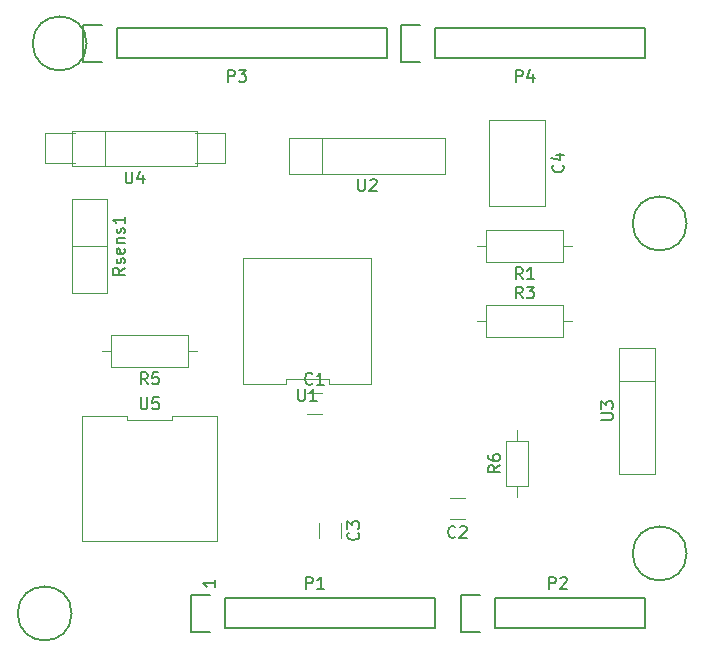
<source format=gbr>
%TF.GenerationSoftware,KiCad,Pcbnew,(5.1.10)-1*%
%TF.CreationDate,2022-03-30T10:22:29+02:00*%
%TF.ProjectId,Shield,53686965-6c64-42e6-9b69-6361645f7063,rev?*%
%TF.SameCoordinates,Original*%
%TF.FileFunction,Legend,Top*%
%TF.FilePolarity,Positive*%
%FSLAX46Y46*%
G04 Gerber Fmt 4.6, Leading zero omitted, Abs format (unit mm)*
G04 Created by KiCad (PCBNEW (5.1.10)-1) date 2022-03-30 10:22:29*
%MOMM*%
%LPD*%
G01*
G04 APERTURE LIST*
%ADD10C,0.150000*%
%ADD11C,0.120000*%
G04 APERTURE END LIST*
D10*
X139390380Y-120999285D02*
X139390380Y-121570714D01*
X139390380Y-121285000D02*
X138390380Y-121285000D01*
X138533238Y-121380238D01*
X138628476Y-121475476D01*
X138676095Y-121570714D01*
D11*
%TO.C,U5*%
X131948001Y-107085000D02*
X128128000Y-107085000D01*
X131948001Y-107445000D02*
X131948001Y-107085000D01*
X135768000Y-107445000D02*
X131948001Y-107445000D01*
X135768000Y-107085000D02*
X135768000Y-107445000D01*
X139588000Y-107085000D02*
X135768000Y-107085000D01*
X139588000Y-117705000D02*
X139588000Y-107085000D01*
X128128000Y-117705000D02*
X139588000Y-117705000D01*
X128128000Y-107085000D02*
X128128000Y-117705000D01*
%TO.C,U3*%
X176633000Y-104140000D02*
X173633000Y-104140000D01*
X173633000Y-101370000D02*
X176633000Y-101370000D01*
X173633000Y-111990000D02*
X173633000Y-101370000D01*
X176633000Y-111990000D02*
X173633000Y-111990000D01*
X176633000Y-101370000D02*
X176633000Y-111990000D01*
%TO.C,U4*%
X127508000Y-83185000D02*
X124968000Y-83185000D01*
X124968000Y-83185000D02*
X124968000Y-85725000D01*
X124968000Y-85725000D02*
X127508000Y-85725000D01*
X137668000Y-83185000D02*
X140208000Y-83185000D01*
X140208000Y-83185000D02*
X140208000Y-85725000D01*
X140208000Y-85725000D02*
X137668000Y-85725000D01*
X130048000Y-82955000D02*
X130048000Y-85955000D01*
X127278000Y-85955000D02*
X127278000Y-82955000D01*
X137898000Y-85955000D02*
X127278000Y-85955000D01*
X137898000Y-82955000D02*
X137898000Y-85955000D01*
X127278000Y-82955000D02*
X137898000Y-82955000D01*
%TO.C,U2*%
X148463000Y-83590000D02*
X148463000Y-86590000D01*
X145693000Y-86590000D02*
X145693000Y-83590000D01*
X158853000Y-86590000D02*
X145693000Y-86590000D01*
X158853000Y-83590000D02*
X158853000Y-86590000D01*
X145693000Y-83590000D02*
X158853000Y-83590000D01*
%TO.C,U1*%
X149005333Y-104370000D02*
X152630000Y-104370000D01*
X149005333Y-104010000D02*
X149005333Y-104370000D01*
X145380667Y-104010000D02*
X149005333Y-104010000D01*
X145380667Y-104370000D02*
X145380667Y-104010000D01*
X141756000Y-104370000D02*
X145380667Y-104370000D01*
X141756000Y-93750000D02*
X141756000Y-104370000D01*
X152630000Y-93750000D02*
X141756000Y-93750000D01*
X152630000Y-104370000D02*
X152630000Y-93750000D01*
%TO.C,Rsens1*%
X127278000Y-96710000D02*
X127278000Y-88710000D01*
X127278000Y-88710000D02*
X130278000Y-88710000D01*
X130278000Y-88710000D02*
X130278000Y-96710000D01*
X130278000Y-96710000D02*
X127278000Y-96710000D01*
X127278000Y-92710000D02*
X130278000Y-92710000D01*
%TO.C,R6*%
X164053000Y-113045000D02*
X165893000Y-113045000D01*
X165893000Y-113045000D02*
X165893000Y-109205000D01*
X165893000Y-109205000D02*
X164053000Y-109205000D01*
X164053000Y-109205000D02*
X164053000Y-113045000D01*
X164973000Y-113995000D02*
X164973000Y-113045000D01*
X164973000Y-108255000D02*
X164973000Y-109205000D01*
%TO.C,R5*%
X137128000Y-102970000D02*
X137128000Y-100230000D01*
X137128000Y-100230000D02*
X130588000Y-100230000D01*
X130588000Y-100230000D02*
X130588000Y-102970000D01*
X130588000Y-102970000D02*
X137128000Y-102970000D01*
X137898000Y-101600000D02*
X137128000Y-101600000D01*
X129818000Y-101600000D02*
X130588000Y-101600000D01*
%TO.C,R3*%
X162338000Y-97690000D02*
X162338000Y-100430000D01*
X162338000Y-100430000D02*
X168878000Y-100430000D01*
X168878000Y-100430000D02*
X168878000Y-97690000D01*
X168878000Y-97690000D02*
X162338000Y-97690000D01*
X161568000Y-99060000D02*
X162338000Y-99060000D01*
X169648000Y-99060000D02*
X168878000Y-99060000D01*
%TO.C,R1*%
X168878000Y-94080000D02*
X168878000Y-91340000D01*
X168878000Y-91340000D02*
X162338000Y-91340000D01*
X162338000Y-91340000D02*
X162338000Y-94080000D01*
X162338000Y-94080000D02*
X168878000Y-94080000D01*
X169648000Y-92710000D02*
X168878000Y-92710000D01*
X161568000Y-92710000D02*
X162338000Y-92710000D01*
%TO.C,C4*%
X167343000Y-82065000D02*
X167343000Y-89305000D01*
X162603000Y-82065000D02*
X162603000Y-89305000D01*
X167343000Y-82065000D02*
X162603000Y-82065000D01*
X167343000Y-89305000D02*
X162603000Y-89305000D01*
%TO.C,C3*%
X150018000Y-116191000D02*
X150018000Y-117449000D01*
X148178000Y-116191000D02*
X148178000Y-117449000D01*
%TO.C,C2*%
X160542000Y-115855000D02*
X159284000Y-115855000D01*
X160542000Y-114015000D02*
X159284000Y-114015000D01*
%TO.C,C1*%
X147179000Y-105125000D02*
X148437000Y-105125000D01*
X147179000Y-106965000D02*
X148437000Y-106965000D01*
D10*
%TO.C,P1*%
X140208000Y-125095000D02*
X157988000Y-125095000D01*
X157988000Y-125095000D02*
X157988000Y-122555000D01*
X157988000Y-122555000D02*
X140208000Y-122555000D01*
X137388000Y-125375000D02*
X138938000Y-125375000D01*
X140208000Y-125095000D02*
X140208000Y-122555000D01*
X138938000Y-122275000D02*
X137388000Y-122275000D01*
X137388000Y-122275000D02*
X137388000Y-125375000D01*
%TO.C,P2*%
X163068000Y-125095000D02*
X175768000Y-125095000D01*
X175768000Y-125095000D02*
X175768000Y-122555000D01*
X175768000Y-122555000D02*
X163068000Y-122555000D01*
X160248000Y-125375000D02*
X161798000Y-125375000D01*
X163068000Y-125095000D02*
X163068000Y-122555000D01*
X161798000Y-122275000D02*
X160248000Y-122275000D01*
X160248000Y-122275000D02*
X160248000Y-125375000D01*
%TO.C,P3*%
X131064000Y-76835000D02*
X153924000Y-76835000D01*
X153924000Y-76835000D02*
X153924000Y-74295000D01*
X153924000Y-74295000D02*
X131064000Y-74295000D01*
X128244000Y-77115000D02*
X129794000Y-77115000D01*
X131064000Y-76835000D02*
X131064000Y-74295000D01*
X129794000Y-74015000D02*
X128244000Y-74015000D01*
X128244000Y-74015000D02*
X128244000Y-77115000D01*
%TO.C,P4*%
X157988000Y-76835000D02*
X175768000Y-76835000D01*
X175768000Y-76835000D02*
X175768000Y-74295000D01*
X175768000Y-74295000D02*
X157988000Y-74295000D01*
X155168000Y-77115000D02*
X156718000Y-77115000D01*
X157988000Y-76835000D02*
X157988000Y-74295000D01*
X156718000Y-74015000D02*
X155168000Y-74015000D01*
X155168000Y-74015000D02*
X155168000Y-77115000D01*
%TO.C,P5*%
X127254000Y-123825000D02*
G75*
G03*
X127254000Y-123825000I-2286000J0D01*
G01*
%TO.C,P6*%
X179324000Y-118745000D02*
G75*
G03*
X179324000Y-118745000I-2286000J0D01*
G01*
%TO.C,P7*%
X128524000Y-75565000D02*
G75*
G03*
X128524000Y-75565000I-2286000J0D01*
G01*
%TO.C,P8*%
X179324000Y-90805000D02*
G75*
G03*
X179324000Y-90805000I-2286000J0D01*
G01*
%TO.C,U5*%
X133096095Y-105537380D02*
X133096095Y-106346904D01*
X133143714Y-106442142D01*
X133191333Y-106489761D01*
X133286571Y-106537380D01*
X133477047Y-106537380D01*
X133572285Y-106489761D01*
X133619904Y-106442142D01*
X133667523Y-106346904D01*
X133667523Y-105537380D01*
X134619904Y-105537380D02*
X134143714Y-105537380D01*
X134096095Y-106013571D01*
X134143714Y-105965952D01*
X134238952Y-105918333D01*
X134477047Y-105918333D01*
X134572285Y-105965952D01*
X134619904Y-106013571D01*
X134667523Y-106108809D01*
X134667523Y-106346904D01*
X134619904Y-106442142D01*
X134572285Y-106489761D01*
X134477047Y-106537380D01*
X134238952Y-106537380D01*
X134143714Y-106489761D01*
X134096095Y-106442142D01*
%TO.C,U3*%
X172085380Y-107441904D02*
X172894904Y-107441904D01*
X172990142Y-107394285D01*
X173037761Y-107346666D01*
X173085380Y-107251428D01*
X173085380Y-107060952D01*
X173037761Y-106965714D01*
X172990142Y-106918095D01*
X172894904Y-106870476D01*
X172085380Y-106870476D01*
X172085380Y-106489523D02*
X172085380Y-105870476D01*
X172466333Y-106203809D01*
X172466333Y-106060952D01*
X172513952Y-105965714D01*
X172561571Y-105918095D01*
X172656809Y-105870476D01*
X172894904Y-105870476D01*
X172990142Y-105918095D01*
X173037761Y-105965714D01*
X173085380Y-106060952D01*
X173085380Y-106346666D01*
X173037761Y-106441904D01*
X172990142Y-106489523D01*
%TO.C,U4*%
X131826095Y-86407380D02*
X131826095Y-87216904D01*
X131873714Y-87312142D01*
X131921333Y-87359761D01*
X132016571Y-87407380D01*
X132207047Y-87407380D01*
X132302285Y-87359761D01*
X132349904Y-87312142D01*
X132397523Y-87216904D01*
X132397523Y-86407380D01*
X133302285Y-86740714D02*
X133302285Y-87407380D01*
X133064190Y-86359761D02*
X132826095Y-87074047D01*
X133445142Y-87074047D01*
%TO.C,U2*%
X151511095Y-87042380D02*
X151511095Y-87851904D01*
X151558714Y-87947142D01*
X151606333Y-87994761D01*
X151701571Y-88042380D01*
X151892047Y-88042380D01*
X151987285Y-87994761D01*
X152034904Y-87947142D01*
X152082523Y-87851904D01*
X152082523Y-87042380D01*
X152511095Y-87137619D02*
X152558714Y-87090000D01*
X152653952Y-87042380D01*
X152892047Y-87042380D01*
X152987285Y-87090000D01*
X153034904Y-87137619D01*
X153082523Y-87232857D01*
X153082523Y-87328095D01*
X153034904Y-87470952D01*
X152463476Y-88042380D01*
X153082523Y-88042380D01*
%TO.C,U1*%
X146431095Y-104822380D02*
X146431095Y-105631904D01*
X146478714Y-105727142D01*
X146526333Y-105774761D01*
X146621571Y-105822380D01*
X146812047Y-105822380D01*
X146907285Y-105774761D01*
X146954904Y-105727142D01*
X147002523Y-105631904D01*
X147002523Y-104822380D01*
X148002523Y-105822380D02*
X147431095Y-105822380D01*
X147716809Y-105822380D02*
X147716809Y-104822380D01*
X147621571Y-104965238D01*
X147526333Y-105060476D01*
X147431095Y-105108095D01*
%TO.C,Rsens1*%
X131730380Y-94567142D02*
X131254190Y-94900476D01*
X131730380Y-95138571D02*
X130730380Y-95138571D01*
X130730380Y-94757619D01*
X130778000Y-94662380D01*
X130825619Y-94614761D01*
X130920857Y-94567142D01*
X131063714Y-94567142D01*
X131158952Y-94614761D01*
X131206571Y-94662380D01*
X131254190Y-94757619D01*
X131254190Y-95138571D01*
X131682761Y-94186190D02*
X131730380Y-94090952D01*
X131730380Y-93900476D01*
X131682761Y-93805238D01*
X131587523Y-93757619D01*
X131539904Y-93757619D01*
X131444666Y-93805238D01*
X131397047Y-93900476D01*
X131397047Y-94043333D01*
X131349428Y-94138571D01*
X131254190Y-94186190D01*
X131206571Y-94186190D01*
X131111333Y-94138571D01*
X131063714Y-94043333D01*
X131063714Y-93900476D01*
X131111333Y-93805238D01*
X131682761Y-92948095D02*
X131730380Y-93043333D01*
X131730380Y-93233809D01*
X131682761Y-93329047D01*
X131587523Y-93376666D01*
X131206571Y-93376666D01*
X131111333Y-93329047D01*
X131063714Y-93233809D01*
X131063714Y-93043333D01*
X131111333Y-92948095D01*
X131206571Y-92900476D01*
X131301809Y-92900476D01*
X131397047Y-93376666D01*
X131063714Y-92471904D02*
X131730380Y-92471904D01*
X131158952Y-92471904D02*
X131111333Y-92424285D01*
X131063714Y-92329047D01*
X131063714Y-92186190D01*
X131111333Y-92090952D01*
X131206571Y-92043333D01*
X131730380Y-92043333D01*
X131682761Y-91614761D02*
X131730380Y-91519523D01*
X131730380Y-91329047D01*
X131682761Y-91233809D01*
X131587523Y-91186190D01*
X131539904Y-91186190D01*
X131444666Y-91233809D01*
X131397047Y-91329047D01*
X131397047Y-91471904D01*
X131349428Y-91567142D01*
X131254190Y-91614761D01*
X131206571Y-91614761D01*
X131111333Y-91567142D01*
X131063714Y-91471904D01*
X131063714Y-91329047D01*
X131111333Y-91233809D01*
X131730380Y-90233809D02*
X131730380Y-90805238D01*
X131730380Y-90519523D02*
X130730380Y-90519523D01*
X130873238Y-90614761D01*
X130968476Y-90710000D01*
X131016095Y-90805238D01*
%TO.C,R6*%
X163505380Y-111291666D02*
X163029190Y-111625000D01*
X163505380Y-111863095D02*
X162505380Y-111863095D01*
X162505380Y-111482142D01*
X162553000Y-111386904D01*
X162600619Y-111339285D01*
X162695857Y-111291666D01*
X162838714Y-111291666D01*
X162933952Y-111339285D01*
X162981571Y-111386904D01*
X163029190Y-111482142D01*
X163029190Y-111863095D01*
X162505380Y-110434523D02*
X162505380Y-110625000D01*
X162553000Y-110720238D01*
X162600619Y-110767857D01*
X162743476Y-110863095D01*
X162933952Y-110910714D01*
X163314904Y-110910714D01*
X163410142Y-110863095D01*
X163457761Y-110815476D01*
X163505380Y-110720238D01*
X163505380Y-110529761D01*
X163457761Y-110434523D01*
X163410142Y-110386904D01*
X163314904Y-110339285D01*
X163076809Y-110339285D01*
X162981571Y-110386904D01*
X162933952Y-110434523D01*
X162886333Y-110529761D01*
X162886333Y-110720238D01*
X162933952Y-110815476D01*
X162981571Y-110863095D01*
X163076809Y-110910714D01*
%TO.C,R5*%
X133691333Y-104422380D02*
X133358000Y-103946190D01*
X133119904Y-104422380D02*
X133119904Y-103422380D01*
X133500857Y-103422380D01*
X133596095Y-103470000D01*
X133643714Y-103517619D01*
X133691333Y-103612857D01*
X133691333Y-103755714D01*
X133643714Y-103850952D01*
X133596095Y-103898571D01*
X133500857Y-103946190D01*
X133119904Y-103946190D01*
X134596095Y-103422380D02*
X134119904Y-103422380D01*
X134072285Y-103898571D01*
X134119904Y-103850952D01*
X134215142Y-103803333D01*
X134453238Y-103803333D01*
X134548476Y-103850952D01*
X134596095Y-103898571D01*
X134643714Y-103993809D01*
X134643714Y-104231904D01*
X134596095Y-104327142D01*
X134548476Y-104374761D01*
X134453238Y-104422380D01*
X134215142Y-104422380D01*
X134119904Y-104374761D01*
X134072285Y-104327142D01*
%TO.C,R3*%
X165441333Y-97142380D02*
X165108000Y-96666190D01*
X164869904Y-97142380D02*
X164869904Y-96142380D01*
X165250857Y-96142380D01*
X165346095Y-96190000D01*
X165393714Y-96237619D01*
X165441333Y-96332857D01*
X165441333Y-96475714D01*
X165393714Y-96570952D01*
X165346095Y-96618571D01*
X165250857Y-96666190D01*
X164869904Y-96666190D01*
X165774666Y-96142380D02*
X166393714Y-96142380D01*
X166060380Y-96523333D01*
X166203238Y-96523333D01*
X166298476Y-96570952D01*
X166346095Y-96618571D01*
X166393714Y-96713809D01*
X166393714Y-96951904D01*
X166346095Y-97047142D01*
X166298476Y-97094761D01*
X166203238Y-97142380D01*
X165917523Y-97142380D01*
X165822285Y-97094761D01*
X165774666Y-97047142D01*
%TO.C,R1*%
X165441333Y-95532380D02*
X165108000Y-95056190D01*
X164869904Y-95532380D02*
X164869904Y-94532380D01*
X165250857Y-94532380D01*
X165346095Y-94580000D01*
X165393714Y-94627619D01*
X165441333Y-94722857D01*
X165441333Y-94865714D01*
X165393714Y-94960952D01*
X165346095Y-95008571D01*
X165250857Y-95056190D01*
X164869904Y-95056190D01*
X166393714Y-95532380D02*
X165822285Y-95532380D01*
X166108000Y-95532380D02*
X166108000Y-94532380D01*
X166012761Y-94675238D01*
X165917523Y-94770476D01*
X165822285Y-94818095D01*
%TO.C,C4*%
X168830142Y-85851666D02*
X168877761Y-85899285D01*
X168925380Y-86042142D01*
X168925380Y-86137380D01*
X168877761Y-86280238D01*
X168782523Y-86375476D01*
X168687285Y-86423095D01*
X168496809Y-86470714D01*
X168353952Y-86470714D01*
X168163476Y-86423095D01*
X168068238Y-86375476D01*
X167973000Y-86280238D01*
X167925380Y-86137380D01*
X167925380Y-86042142D01*
X167973000Y-85899285D01*
X168020619Y-85851666D01*
X168258714Y-84994523D02*
X168925380Y-84994523D01*
X167877761Y-85232619D02*
X168592047Y-85470714D01*
X168592047Y-84851666D01*
%TO.C,C3*%
X151505142Y-116986666D02*
X151552761Y-117034285D01*
X151600380Y-117177142D01*
X151600380Y-117272380D01*
X151552761Y-117415238D01*
X151457523Y-117510476D01*
X151362285Y-117558095D01*
X151171809Y-117605714D01*
X151028952Y-117605714D01*
X150838476Y-117558095D01*
X150743238Y-117510476D01*
X150648000Y-117415238D01*
X150600380Y-117272380D01*
X150600380Y-117177142D01*
X150648000Y-117034285D01*
X150695619Y-116986666D01*
X150600380Y-116653333D02*
X150600380Y-116034285D01*
X150981333Y-116367619D01*
X150981333Y-116224761D01*
X151028952Y-116129523D01*
X151076571Y-116081904D01*
X151171809Y-116034285D01*
X151409904Y-116034285D01*
X151505142Y-116081904D01*
X151552761Y-116129523D01*
X151600380Y-116224761D01*
X151600380Y-116510476D01*
X151552761Y-116605714D01*
X151505142Y-116653333D01*
%TO.C,C2*%
X159746333Y-117342142D02*
X159698714Y-117389761D01*
X159555857Y-117437380D01*
X159460619Y-117437380D01*
X159317761Y-117389761D01*
X159222523Y-117294523D01*
X159174904Y-117199285D01*
X159127285Y-117008809D01*
X159127285Y-116865952D01*
X159174904Y-116675476D01*
X159222523Y-116580238D01*
X159317761Y-116485000D01*
X159460619Y-116437380D01*
X159555857Y-116437380D01*
X159698714Y-116485000D01*
X159746333Y-116532619D01*
X160127285Y-116532619D02*
X160174904Y-116485000D01*
X160270142Y-116437380D01*
X160508238Y-116437380D01*
X160603476Y-116485000D01*
X160651095Y-116532619D01*
X160698714Y-116627857D01*
X160698714Y-116723095D01*
X160651095Y-116865952D01*
X160079666Y-117437380D01*
X160698714Y-117437380D01*
%TO.C,C1*%
X147641333Y-104352142D02*
X147593714Y-104399761D01*
X147450857Y-104447380D01*
X147355619Y-104447380D01*
X147212761Y-104399761D01*
X147117523Y-104304523D01*
X147069904Y-104209285D01*
X147022285Y-104018809D01*
X147022285Y-103875952D01*
X147069904Y-103685476D01*
X147117523Y-103590238D01*
X147212761Y-103495000D01*
X147355619Y-103447380D01*
X147450857Y-103447380D01*
X147593714Y-103495000D01*
X147641333Y-103542619D01*
X148593714Y-104447380D02*
X148022285Y-104447380D01*
X148308000Y-104447380D02*
X148308000Y-103447380D01*
X148212761Y-103590238D01*
X148117523Y-103685476D01*
X148022285Y-103733095D01*
%TO.C,P1*%
X147089904Y-121737380D02*
X147089904Y-120737380D01*
X147470857Y-120737380D01*
X147566095Y-120785000D01*
X147613714Y-120832619D01*
X147661333Y-120927857D01*
X147661333Y-121070714D01*
X147613714Y-121165952D01*
X147566095Y-121213571D01*
X147470857Y-121261190D01*
X147089904Y-121261190D01*
X148613714Y-121737380D02*
X148042285Y-121737380D01*
X148328000Y-121737380D02*
X148328000Y-120737380D01*
X148232761Y-120880238D01*
X148137523Y-120975476D01*
X148042285Y-121023095D01*
%TO.C,P2*%
X167663904Y-121737380D02*
X167663904Y-120737380D01*
X168044857Y-120737380D01*
X168140095Y-120785000D01*
X168187714Y-120832619D01*
X168235333Y-120927857D01*
X168235333Y-121070714D01*
X168187714Y-121165952D01*
X168140095Y-121213571D01*
X168044857Y-121261190D01*
X167663904Y-121261190D01*
X168616285Y-120832619D02*
X168663904Y-120785000D01*
X168759142Y-120737380D01*
X168997238Y-120737380D01*
X169092476Y-120785000D01*
X169140095Y-120832619D01*
X169187714Y-120927857D01*
X169187714Y-121023095D01*
X169140095Y-121165952D01*
X168568666Y-121737380D01*
X169187714Y-121737380D01*
%TO.C,P3*%
X140485904Y-78811380D02*
X140485904Y-77811380D01*
X140866857Y-77811380D01*
X140962095Y-77859000D01*
X141009714Y-77906619D01*
X141057333Y-78001857D01*
X141057333Y-78144714D01*
X141009714Y-78239952D01*
X140962095Y-78287571D01*
X140866857Y-78335190D01*
X140485904Y-78335190D01*
X141390666Y-77811380D02*
X142009714Y-77811380D01*
X141676380Y-78192333D01*
X141819238Y-78192333D01*
X141914476Y-78239952D01*
X141962095Y-78287571D01*
X142009714Y-78382809D01*
X142009714Y-78620904D01*
X141962095Y-78716142D01*
X141914476Y-78763761D01*
X141819238Y-78811380D01*
X141533523Y-78811380D01*
X141438285Y-78763761D01*
X141390666Y-78716142D01*
%TO.C,P4*%
X164869904Y-78811380D02*
X164869904Y-77811380D01*
X165250857Y-77811380D01*
X165346095Y-77859000D01*
X165393714Y-77906619D01*
X165441333Y-78001857D01*
X165441333Y-78144714D01*
X165393714Y-78239952D01*
X165346095Y-78287571D01*
X165250857Y-78335190D01*
X164869904Y-78335190D01*
X166298476Y-78144714D02*
X166298476Y-78811380D01*
X166060380Y-77763761D02*
X165822285Y-78478047D01*
X166441333Y-78478047D01*
%TD*%
M02*

</source>
